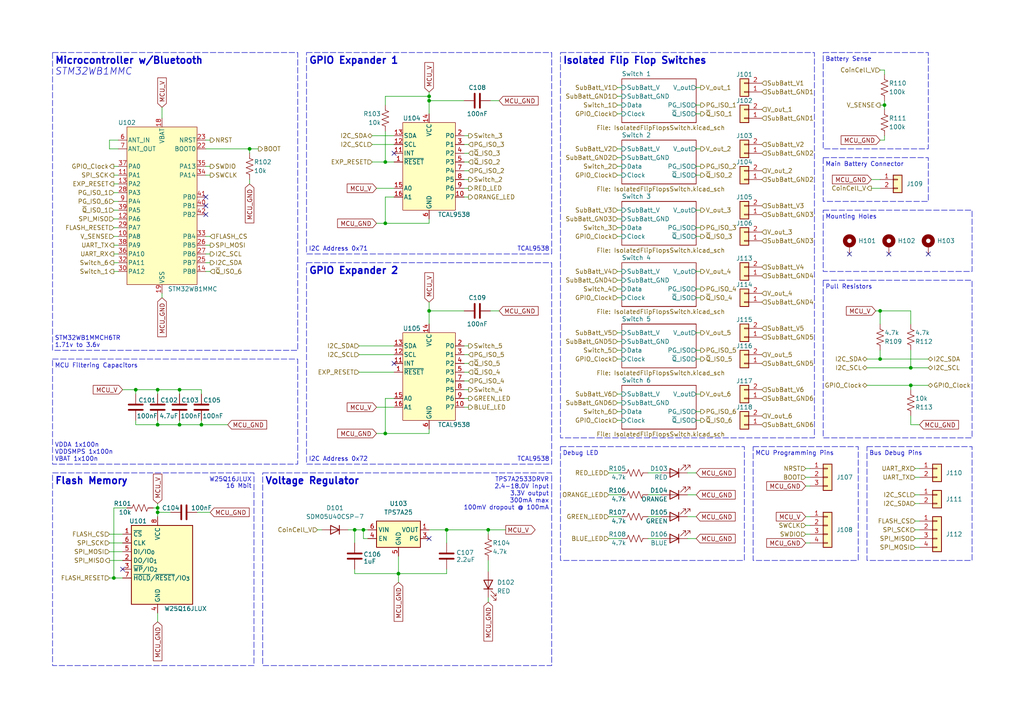
<source format=kicad_sch>
(kicad_sch (version 20250114) (generator "eeschema") (generator_version "9.0")
  (paper "A4")
  (title_block (title "BAGEL Switch MK1.1") (date "2026-01-25") (rev "A") (company "Illinois Space Society") (comment 3 "Thomas McManamen, Chethan Karandikar") (comment 4 "Contributors: Lucas Lessard, Pranav Bala, Peter Karlos, Charlie Plater, Kevin Zhao, "))
  (rectangle (start 238.76 45.72) (end 269.24 58.42) (stroke (width 0) (type dash)))
  (rectangle (start 15.24 15.24) (end 86.36 101.6) (stroke (width 0) (type dash)))
  (rectangle (start 15.24 137.16) (end 73.66 193.04) (stroke (width 0) (type dash)))
  (rectangle (start 238.76 15.24) (end 269.24 43.18) (stroke (width 0) (type dash)))
  (rectangle (start 238.76 60.96) (end 281.94 78.74) (stroke (width 0) (type dash)))
  (rectangle (start 162.56 15.24) (end 236.22 127) (stroke (width 0) (type dash)))
  (rectangle (start 218.44 129.54) (end 248.92 162.56) (stroke (width 0) (type dash)))
  (rectangle (start 238.76 81.28) (end 281.94 127) (stroke (width 0) (type dash)))
  (rectangle (start 15.24 104.14) (end 86.36 134.62) (stroke (width 0) (type dash)))
  (rectangle (start 88.9 15.24) (end 160.02 73.66) (stroke (width 0) (type dash)))
  (rectangle (start 162.56 129.54) (end 215.9 162.56) (stroke (width 0) (type dash)))
  (rectangle (start 76.2 137.16) (end 160.02 193.04) (stroke (width 0) (type dash)))
  (rectangle (start 88.9 76.2) (end 160.02 134.62) (stroke (width 0) (type dash)))
  (rectangle (start 251.46 129.54) (end 281.94 162.56) (stroke (width 0) (type dash)))
  (text "Main Battery Connector" (at 239.395 46.99 0) (effects (font (size 1.27 1.27)) (justify left top)))
  (text "Microcontroller w/Bluetooth" (at 15.875 16.51 0) (effects (font (size 2 2) (thickness 0.4) (bold yes)) (justify left top)))
  (text "TCAL9538" (at 159.385 73.025 0) (effects (font (size 1.27 1.27)) (justify right bottom)))
  (text "Bus Debug Pins" (at 252.095 130.81 0) (effects (font (size 1.27 1.27)) (justify left top)))
  (text "MCU Filtering Capacitors" (at 15.875 105.41 0) (effects (font (size 1.27 1.27)) (justify left top)))
  (text "W25Q16JLUX" (at 73.025 138.43 0) (effects (font (size 1.27 1.27)) (justify right top)))
  (text "Pull Resistors" (at 239.395 82.55 0) (effects (font (size 1.27 1.27)) (justify left top)))
  (text "GPIO Expander 2" (at 89.535 77.47 0) (effects (font (size 2 2) (thickness 0.4) (bold yes)) (justify left top)))
  (text "Flash Memory" (at 15.875 138.43 0) (effects (font (size 2 2) (thickness 0.4) (bold yes)) (justify left top)))
  (text "I2C Address 0x71\n" (at 89.535 73.025 0) (effects (font (size 1.27 1.27) (thickness 0.1588)) (justify left bottom)))
  (text "Debug LED" (at 163.195 130.81 0) (effects (font (size 1.27 1.27)) (justify left top)))
  (text "Isolated Flip Flop Switches" (at 163.195 16.51 0) (effects (font (size 2 2) (thickness 0.4) (bold yes)) (justify left top)))
  (text "GPIO Expander 1" (at 89.535 16.51 0) (effects (font (size 2 2) (thickness 0.4) (bold yes)) (justify left top)))
  (text "TCAL9538" (at 159.385 133.985 0) (effects (font (size 1.27 1.27)) (justify right bottom)))
  (text "Voltage Regulator" (at 76.835 138.43 0) (effects (font (size 2 2) (thickness 0.4) (bold yes)) (justify left top)))
  (text "I2C Address 0x72\n" (at 89.535 133.985 0) (effects (font (size 1.27 1.27) (thickness 0.1588)) (justify left bottom)))
  (text "TPS7A2533DRVR\n2.4-18.0V input\n3.3V output\n300mA max\n100mV dropout @ 100mA" (at 159.258 138.43 0) (effects (font (size 1.27 1.27)) (justify right top)))
  (text "Mounting Holes" (at 239.395 62.23 0) (effects (font (size 1.27 1.27)) (justify left top)))
  (text "MCU Programming Pins" (at 219.075 130.81 0) (effects (font (size 1.27 1.27)) (justify left top)))
  (text "Battery Sense" (at 239.395 16.51 0) (effects (font (size 1.27 1.27)) (justify left top)))
  (text "STM32WB1MMCH6TR\n1.71v to 3.6v" (at 15.875 100.965 0) (effects (font (size 1.27 1.27)) (justify left bottom)))
  (text "STM32WB1MMC" (at 15.875 19.685 0) (effects (font (size 2 2) (italic yes)) (justify left top)))
  (text "VDDA 1x100n\nVDDSMPS 1x100n\nVBAT 1x100n" (at 15.875 133.985 0) (effects (font (size 1.27 1.27)) (justify left bottom)))
  (text "16 Mbit\n" (at 73.025 140.335 0) (effects (font (size 1.27 1.27)) (justify right top)))
  (junction (at 111.76 64.77))
  (junction (at 105.41 153.67))
  (junction (at 45.72 113.03))
  (junction (at 124.46 29.21))
  (junction (at 102.87 153.67))
  (junction (at 115.57 166.37))
  (junction (at 129.54 153.67))
  (junction (at 58.42 123.19))
  (junction (at 141.605 153.67))
  (junction (at 45.72 148.59))
  (junction (at 45.72 123.19))
  (junction (at 45.72 147.32))
  (junction (at 52.07 113.03))
  (junction (at 256.54 30.48))
  (junction (at 52.07 123.19))
  (junction (at 39.37 113.03))
  (junction (at 72.39 43.18))
  (junction (at 264.16 106.68))
  (junction (at 124.46 90.17))
  (junction (at 255.27 90.17))
  (junction (at 264.16 111.76))
  (junction (at 111.76 125.73))
  (junction (at 111.76 46.99))
  (junction (at 33.02 167.64))
  (junction (at 124.46 27.94))
  (junction (at 255.27 104.14))
  (no_connect (at 114.3 105.41))
  (no_connect (at 59.69 57.15))
  (no_connect (at 246.38 73.66))
  (no_connect (at 114.3 44.45))
  (no_connect (at 257.81 73.66))
  (no_connect (at 35.56 165.1))
  (no_connect (at 269.24 73.66))
  (no_connect (at 59.69 59.69))
  (no_connect (at 124.46 156.21))
  (no_connect (at 59.69 62.23))
  (wire (pts (xy 33.02 71.12) (xy 34.29 71.12)))
  (wire (pts (xy 199.39 143.51) (xy 201.93 143.51)))
  (wire (pts (xy 251.46 104.14) (xy 255.27 104.14)))
  (wire (pts (xy 31.75 160.02) (xy 35.56 160.02)))
  (wire (pts (xy 60.96 76.2) (xy 59.69 76.2)))
  (wire (pts (xy 179.07 116.84) (xy 180.34 116.84)))
  (wire (pts (xy 141.605 153.67) (xy 146.685 153.67)))
  (wire (pts (xy 31.75 162.56) (xy 35.56 162.56)))
  (wire (pts (xy 33.02 55.88) (xy 34.29 55.88)))
  (wire (pts (xy 179.07 119.38) (xy 180.34 119.38)))
  (wire (pts (xy 102.87 153.67) (xy 105.41 153.67)))
  (wire (pts (xy 201.93 68.58) (xy 203.2 68.58)))
  (wire (pts (xy 176.53 137.16) (xy 180.34 137.16)))
  (wire (pts (xy 33.02 53.34) (xy 34.29 53.34)))
  (wire (pts (xy 265.43 138.43) (xy 266.7 138.43)))
  (wire (pts (xy 179.07 86.36) (xy 180.34 86.36)))
  (wire (pts (xy 31.75 157.48) (xy 35.56 157.48)))
  (wire (pts (xy 58.42 113.03) (xy 58.42 114.3)))
  (wire (pts (xy 60.96 71.12) (xy 59.69 71.12)))
  (wire (pts (xy 254 90.17) (xy 255.27 90.17)))
  (wire (pts (xy 233.68 154.94) (xy 234.95 154.94)))
  (wire (pts (xy 201.93 25.4) (xy 203.2 25.4)))
  (wire (pts (xy 124.46 26.67) (xy 124.46 27.94)))
  (wire (pts (xy 179.07 68.58) (xy 180.34 68.58)))
  (wire (pts (xy 31.75 40.64) (xy 31.75 43.18)))
  (wire (pts (xy 201.93 60.96) (xy 203.2 60.96)))
  (wire (pts (xy 124.46 90.17) (xy 134.62 90.17)))
  (wire (pts (xy 233.68 149.86) (xy 234.95 149.86)))
  (wire (pts (xy 33.02 63.5) (xy 34.29 63.5)))
  (wire (pts (xy 44.45 147.32) (xy 45.72 147.32)))
  (wire (pts (xy 135.89 105.41) (xy 134.62 105.41)))
  (wire (pts (xy 179.07 81.28) (xy 180.34 81.28)))
  (wire (pts (xy 255.27 93.98) (xy 255.27 90.17)))
  (wire (pts (xy 33.02 50.8) (xy 34.29 50.8)))
  (wire (pts (xy 135.89 100.33) (xy 134.62 100.33)))
  (wire (pts (xy 201.93 121.92) (xy 203.2 121.92)))
  (wire (pts (xy 256.54 29.21) (xy 256.54 30.48)))
  (wire (pts (xy 39.37 113.03) (xy 45.72 113.03)))
  (wire (pts (xy 135.89 107.95) (xy 134.62 107.95)))
  (wire (pts (xy 60.96 73.66) (xy 59.69 73.66)))
  (wire (pts (xy 45.72 113.03) (xy 52.07 113.03)))
  (wire (pts (xy 179.07 96.52) (xy 180.34 96.52)))
  (wire (pts (xy 265.43 146.05) (xy 266.7 146.05)))
  (wire (pts (xy 111.76 57.15) (xy 114.3 57.15)))
  (wire (pts (xy 251.46 106.68) (xy 264.16 106.68)))
  (wire (pts (xy 251.46 111.76) (xy 264.16 111.76)))
  (wire (pts (xy 233.68 152.4) (xy 234.95 152.4)))
  (wire (pts (xy 176.53 143.51) (xy 180.34 143.51)))
  (wire (pts (xy 106.68 156.21) (xy 105.41 156.21)))
  (wire (pts (xy 266.7 123.19) (xy 264.16 123.19)))
  (wire (pts (xy 33.02 66.04) (xy 34.29 66.04)))
  (wire (pts (xy 115.57 161.29) (xy 115.57 166.37)))
  (wire (pts (xy 46.99 31.115) (xy 46.99 34.29)))
  (wire (pts (xy 256.54 20.32) (xy 256.54 21.59)))
  (wire (pts (xy 264.16 123.19) (xy 264.16 120.65)))
  (wire (pts (xy 199.39 156.21) (xy 201.93 156.21)))
  (wire (pts (xy 265.43 158.75) (xy 266.7 158.75)))
  (wire (pts (xy 124.46 90.17) (xy 124.46 93.98)))
  (wire (pts (xy 256.54 40.64) (xy 256.54 39.37)))
  (wire (pts (xy 134.62 57.15) (xy 135.89 57.15)))
  (wire (pts (xy 201.93 104.14) (xy 203.2 104.14)))
  (wire (pts (xy 264.16 111.76) (xy 264.16 113.03)))
  (wire (pts (xy 72.39 43.18) (xy 72.39 44.45)))
  (wire (pts (xy 179.07 83.82) (xy 180.34 83.82)))
  (wire (pts (xy 59.69 43.18) (xy 72.39 43.18)))
  (wire (pts (xy 201.93 83.82) (xy 203.2 83.82)))
  (wire (pts (xy 179.07 63.5) (xy 180.34 63.5)))
  (wire (pts (xy 252.73 54.61) (xy 255.27 54.61)))
  (wire (pts (xy 111.76 38.1) (xy 111.76 46.99)))
  (wire (pts (xy 111.76 115.57) (xy 111.76 125.73)))
  (wire (pts (xy 201.93 50.8) (xy 203.2 50.8)))
  (wire (pts (xy 31.75 43.18) (xy 34.29 43.18)))
  (wire (pts (xy 252.73 52.07) (xy 255.27 52.07)))
  (wire (pts (xy 33.02 60.96) (xy 34.29 60.96)))
  (wire (pts (xy 233.68 157.48) (xy 234.95 157.48)))
  (wire (pts (xy 107.95 39.37) (xy 114.3 39.37)))
  (wire (pts (xy 179.07 45.72) (xy 180.34 45.72)))
  (wire (pts (xy 134.62 118.11) (xy 135.89 118.11)))
  (wire (pts (xy 45.72 123.19) (xy 45.72 121.92)))
  (wire (pts (xy 34.29 40.64) (xy 31.75 40.64)))
  (wire (pts (xy 201.93 86.36) (xy 203.2 86.36)))
  (wire (pts (xy 109.22 54.61) (xy 114.3 54.61)))
  (wire (pts (xy 201.93 96.52) (xy 203.2 96.52)))
  (wire (pts (xy 179.07 25.4) (xy 180.34 25.4)))
  (wire (pts (xy 33.02 167.64) (xy 35.56 167.64)))
  (wire (pts (xy 255.27 101.6) (xy 255.27 104.14)))
  (wire (pts (xy 256.54 30.48) (xy 256.54 31.75)))
  (wire (pts (xy 39.37 123.19) (xy 45.72 123.19)))
  (wire (pts (xy 179.07 48.26) (xy 180.34 48.26)))
  (wire (pts (xy 179.07 101.6) (xy 180.34 101.6)))
  (wire (pts (xy 105.41 156.21) (xy 105.41 153.67)))
  (wire (pts (xy 111.76 125.73) (xy 124.46 125.73)))
  (wire (pts (xy 111.76 27.94) (xy 124.46 27.94)))
  (wire (pts (xy 135.89 44.45) (xy 134.62 44.45)))
  (wire (pts (xy 142.24 90.17) (xy 144.78 90.17)))
  (wire (pts (xy 111.76 46.99) (xy 114.3 46.99)))
  (wire (pts (xy 187.96 143.51) (xy 191.77 143.51)))
  (wire (pts (xy 35.56 113.03) (xy 39.37 113.03)))
  (wire (pts (xy 201.93 114.3) (xy 203.2 114.3)))
  (wire (pts (xy 129.54 153.67) (xy 129.54 157.48)))
  (wire (pts (xy 45.72 147.32) (xy 45.72 148.59)))
  (wire (pts (xy 134.62 113.03) (xy 135.89 113.03)))
  (wire (pts (xy 31.75 167.64) (xy 33.02 167.64)))
  (wire (pts (xy 111.76 57.15) (xy 111.76 64.77)))
  (wire (pts (xy 265.43 156.21) (xy 266.7 156.21)))
  (wire (pts (xy 111.76 64.77) (xy 124.46 64.77)))
  (wire (pts (xy 134.62 115.57) (xy 135.89 115.57)))
  (wire (pts (xy 45.72 148.59) (xy 49.53 148.59)))
  (wire (pts (xy 109.22 118.11) (xy 114.3 118.11)))
  (wire (pts (xy 111.76 30.48) (xy 111.76 27.94)))
  (wire (pts (xy 129.54 153.67) (xy 141.605 153.67)))
  (wire (pts (xy 179.07 27.94) (xy 180.34 27.94)))
  (wire (pts (xy 135.89 41.91) (xy 134.62 41.91)))
  (wire (pts (xy 264.16 90.17) (xy 264.16 93.98)))
  (wire (pts (xy 72.39 52.07) (xy 72.39 53.34)))
  (wire (pts (xy 179.07 66.04) (xy 180.34 66.04)))
  (wire (pts (xy 60.96 40.64) (xy 59.69 40.64)))
  (wire (pts (xy 60.96 68.58) (xy 59.69 68.58)))
  (wire (pts (xy 92.075 153.67) (xy 93.345 153.67)))
  (wire (pts (xy 33.02 48.26) (xy 34.29 48.26)))
  (wire (pts (xy 45.72 177.8) (xy 45.72 180.34)))
  (wire (pts (xy 233.68 138.43) (xy 234.95 138.43)))
  (wire (pts (xy 109.22 64.77) (xy 111.76 64.77)))
  (wire (pts (xy 135.89 54.61) (xy 134.62 54.61)))
  (wire (pts (xy 60.96 50.8) (xy 59.69 50.8)))
  (wire (pts (xy 233.68 135.89) (xy 234.95 135.89)))
  (wire (pts (xy 109.22 125.73) (xy 111.76 125.73)))
  (wire (pts (xy 141.605 153.67) (xy 141.605 154.94)))
  (wire (pts (xy 124.46 125.73) (xy 124.46 124.46)))
  (wire (pts (xy 201.93 48.26) (xy 203.2 48.26)))
  (wire (pts (xy 31.75 154.94) (xy 35.56 154.94)))
  (wire (pts (xy 33.02 147.32) (xy 33.02 167.64)))
  (wire (pts (xy 52.07 123.19) (xy 52.07 121.92)))
  (wire (pts (xy 141.605 173.355) (xy 141.605 174.625)))
  (wire (pts (xy 201.93 101.6) (xy 203.2 101.6)))
  (wire (pts (xy 201.93 43.18) (xy 203.2 43.18)))
  (wire (pts (xy 255.27 30.48) (xy 256.54 30.48)))
  (wire (pts (xy 102.87 166.37) (xy 115.57 166.37)))
  (wire (pts (xy 74.93 43.18) (xy 72.39 43.18)))
  (wire (pts (xy 46.99 86.36) (xy 46.99 85.09)))
  (wire (pts (xy 107.95 46.99) (xy 111.76 46.99)))
  (wire (pts (xy 201.93 33.02) (xy 203.2 33.02)))
  (wire (pts (xy 33.02 68.58) (xy 34.29 68.58)))
  (wire (pts (xy 60.96 48.26) (xy 59.69 48.26)))
  (wire (pts (xy 187.96 137.16) (xy 191.77 137.16)))
  (wire (pts (xy 264.16 111.76) (xy 269.24 111.76)))
  (wire (pts (xy 179.07 60.96) (xy 180.34 60.96)))
  (wire (pts (xy 265.43 151.13) (xy 266.7 151.13)))
  (wire (pts (xy 114.3 115.57) (xy 111.76 115.57)))
  (wire (pts (xy 115.57 166.37) (xy 115.57 168.91)))
  (wire (pts (xy 179.07 43.18) (xy 180.34 43.18)))
  (wire (pts (xy 179.07 50.8) (xy 180.34 50.8)))
  (wire (pts (xy 264.16 101.6) (xy 264.16 106.68)))
  (wire (pts (xy 104.14 102.87) (xy 114.3 102.87)))
  (wire (pts (xy 199.39 137.16) (xy 201.93 137.16)))
  (wire (pts (xy 33.02 73.66) (xy 34.29 73.66)))
  (wire (pts (xy 57.15 148.59) (xy 60.96 148.59)))
  (wire (pts (xy 58.42 123.19) (xy 66.04 123.19)))
  (wire (pts (xy 33.02 58.42) (xy 34.29 58.42)))
  (wire (pts (xy 134.62 52.07) (xy 135.89 52.07)))
  (wire (pts (xy 176.53 156.21) (xy 180.34 156.21)))
  (wire (pts (xy 129.54 165.1) (xy 129.54 166.37)))
  (wire (pts (xy 179.07 121.92) (xy 180.34 121.92)))
  (wire (pts (xy 199.39 149.86) (xy 201.93 149.86)))
  (wire (pts (xy 107.95 41.91) (xy 114.3 41.91)))
  (wire (pts (xy 45.72 123.19) (xy 52.07 123.19)))
  (wire (pts (xy 52.07 123.19) (xy 58.42 123.19)))
  (wire (pts (xy 52.07 113.03) (xy 52.07 114.3)))
  (wire (pts (xy 134.62 49.53) (xy 135.89 49.53)))
  (wire (pts (xy 124.46 64.77) (xy 124.46 63.5)))
  (wire (pts (xy 104.14 107.95) (xy 114.3 107.95)))
  (wire (pts (xy 142.24 29.21) (xy 144.78 29.21)))
  (wire (pts (xy 105.41 153.67) (xy 106.68 153.67)))
  (wire (pts (xy 135.89 39.37) (xy 134.62 39.37)))
  (wire (pts (xy 255.27 20.32) (xy 256.54 20.32)))
  (wire (pts (xy 39.37 113.03) (xy 39.37 114.3)))
  (wire (pts (xy 39.37 123.19) (xy 39.37 121.92)))
  (wire (pts (xy 100.965 153.67) (xy 102.87 153.67)))
  (wire (pts (xy 264.16 106.68) (xy 269.24 106.68)))
  (wire (pts (xy 201.93 66.04) (xy 203.2 66.04)))
  (wire (pts (xy 135.89 102.87) (xy 134.62 102.87)))
  (wire (pts (xy 102.87 165.1) (xy 102.87 166.37)))
  (wire (pts (xy 45.72 113.03) (xy 45.72 114.3)))
  (wire (pts (xy 104.14 100.33) (xy 114.3 100.33)))
  (wire (pts (xy 255.27 90.17) (xy 264.16 90.17)))
  (wire (pts (xy 52.07 113.03) (xy 58.42 113.03)))
  (wire (pts (xy 201.93 30.48) (xy 203.2 30.48)))
  (wire (pts (xy 255.27 104.14) (xy 269.24 104.14)))
  (wire (pts (xy 124.46 29.21) (xy 134.62 29.21)))
  (wire (pts (xy 179.07 78.74) (xy 180.34 78.74)))
  (wire (pts (xy 124.46 153.67) (xy 129.54 153.67)))
  (wire (pts (xy 141.605 162.56) (xy 141.605 165.735)))
  (wire (pts (xy 115.57 166.37) (xy 129.54 166.37)))
  (wire (pts (xy 33.02 76.2) (xy 34.29 76.2)))
  (wire (pts (xy 179.07 99.06) (xy 180.34 99.06)))
  (wire (pts (xy 265.43 153.67) (xy 266.7 153.67)))
  (wire (pts (xy 45.72 146.05) (xy 45.72 147.32)))
  (wire (pts (xy 33.02 78.74) (xy 34.29 78.74)))
  (wire (pts (xy 179.07 114.3) (xy 180.34 114.3)))
  (wire (pts (xy 255.27 40.64) (xy 256.54 40.64)))
  (wire (pts (xy 45.72 148.59) (xy 45.72 149.86)))
  (wire (pts (xy 124.46 87.63) (xy 124.46 90.17)))
  (wire (pts (xy 179.07 30.48) (xy 180.34 30.48)))
  (wire (pts (xy 187.96 156.21) (xy 191.77 156.21)))
  (wire (pts (xy 124.46 27.94) (xy 124.46 29.21)))
  (wire (pts (xy 265.43 143.51) (xy 266.7 143.51)))
  (wire (pts (xy 134.62 110.49) (xy 135.89 110.49)))
  (wire (pts (xy 36.83 147.32) (xy 33.02 147.32)))
  (wire (pts (xy 59.69 78.74) (xy 60.96 78.74)))
  (wire (pts (xy 58.42 123.19) (xy 58.42 121.92)))
  (wire (pts (xy 135.89 46.99) (xy 134.62 46.99)))
  (wire (pts (xy 179.07 104.14) (xy 180.34 104.14)))
  (wire (pts (xy 124.46 29.21) (xy 124.46 33.02)))
  (wire (pts (xy 176.53 149.86) (xy 180.34 149.86)))
  (wire (pts (xy 265.43 135.89) (xy 266.7 135.89)))
  (wire (pts (xy 201.93 78.74) (xy 203.2 78.74)))
  (wire (pts (xy 201.93 119.38) (xy 203.2 119.38)))
  (wire (pts (xy 179.07 33.02) (xy 180.34 33.02)))
  (wire (pts (xy 233.68 140.97) (xy 234.95 140.97)))
  (wire (pts (xy 102.87 157.48) (xy 102.87 153.67)))
  (wire (pts (xy 187.96 149.86) (xy 191.77 149.86)))
  (global_label "MCU_GND" (shape input) (at 233.68 140.97 180) (property "Intersheetrefs" "${INTERSHEET_REFS}" (effects (hide yes))))
  (global_label "MCU_V" (shape input) (at 46.99 31.115 90) (property "Intersheetrefs" "${INTERSHEET_REFS}" (effects (hide yes))))
  (global_label "MCU_GND" (shape input) (at 255.27 40.64 180) (property "Intersheetrefs" "${INTERSHEET_REFS}" (effects (hide yes))))
  (global_label "MCU_GND" (shape input) (at 201.93 149.86 0) (property "Intersheetrefs" "${INTERSHEET_REFS}" (effects (hide yes))))
  (global_label "MCU_V" (shape input) (at 109.22 54.61 180) (property "Intersheetrefs" "${INTERSHEET_REFS}" (effects (hide yes))))
  (global_label "MCU_GND" (shape input) (at 60.96 148.59 0) (property "Intersheetrefs" "${INTERSHEET_REFS}" (effects (hide yes))))
  (global_label "MCU_GND" (shape input) (at 266.7 123.19 0) (property "Intersheetrefs" "${INTERSHEET_REFS}" (effects (hide yes))))
  (global_label "MCU_GND" (shape input) (at 252.73 52.07 180) (property "Intersheetrefs" "${INTERSHEET_REFS}" (effects (hide yes))))
  (global_label "MCU_GND" (shape input) (at 201.93 137.16 0) (property "Intersheetrefs" "${INTERSHEET_REFS}" (effects (hide yes))))
  (global_label "MCU_V" (shape input) (at 45.72 146.05 90) (property "Intersheetrefs" "${INTERSHEET_REFS}" (effects (hide yes))))
  (global_label "MCU_GND" (shape input) (at 141.605 174.625 270) (property "Intersheetrefs" "${INTERSHEET_REFS}" (effects (hide yes))))
  (global_label "MCU_GND" (shape input) (at 109.22 64.77 180) (property "Intersheetrefs" "${INTERSHEET_REFS}" (effects (hide yes))))
  (global_label "MCU_GND" (shape input) (at 45.72 180.34 270) (property "Intersheetrefs" "${INTERSHEET_REFS}" (effects (hide yes))))
  (global_label "MCU_GND" (shape input) (at 109.22 125.73 180) (property "Intersheetrefs" "${INTERSHEET_REFS}" (effects (hide yes))))
  (global_label "MCU_V" (shape input) (at 254 90.17 180) (property "Intersheetrefs" "${INTERSHEET_REFS}" (effects (hide yes))))
  (global_label "MCU_GND" (shape input) (at 201.93 143.51 0) (property "Intersheetrefs" "${INTERSHEET_REFS}" (effects (hide yes))))
  (global_label "MCU_GND" (shape input) (at 66.04 123.19 0) (property "Intersheetrefs" "${INTERSHEET_REFS}" (effects (hide yes))))
  (global_label "MCU_V" (shape input) (at 124.46 26.67 90) (property "Intersheetrefs" "${INTERSHEET_REFS}" (effects (hide yes))))
  (global_label "MCU_GND" (shape input) (at 144.78 29.21 0) (property "Intersheetrefs" "${INTERSHEET_REFS}" (effects (hide yes))))
  (global_label "MCU_GND" (shape input) (at 201.93 156.21 0) (property "Intersheetrefs" "${INTERSHEET_REFS}" (effects (hide yes))))
  (global_label "MCU_GND" (shape input) (at 46.99 86.36 270) (property "Intersheetrefs" "${INTERSHEET_REFS}" (effects (hide yes))))
  (global_label "MCU_GND" (shape input) (at 233.68 157.48 180) (property "Intersheetrefs" "${INTERSHEET_REFS}" (effects (hide yes))))
  (global_label "MCU_GND" (shape input) (at 72.39 53.34 270) (property "Intersheetrefs" "${INTERSHEET_REFS}" (effects (hide yes))))
  (global_label "MCU_V" (shape output) (at 146.685 153.67 0) (property "Intersheetrefs" "${INTERSHEET_REFS}" (effects (hide yes))))
  (global_label "MCU_GND" (shape input) (at 144.78 90.17 0) (property "Intersheetrefs" "${INTERSHEET_REFS}" (effects (hide yes))))
  (global_label "MCU_GND" (shape input) (at 115.57 168.91 270) (property "Intersheetrefs" "${INTERSHEET_REFS}" (effects (hide yes))))
  (global_label "MCU_V" (shape input) (at 109.22 118.11 180) (property "Intersheetrefs" "${INTERSHEET_REFS}" (effects (hide yes))))
  (global_label "MCU_V" (shape input) (at 124.46 87.63 90) (property "Intersheetrefs" "${INTERSHEET_REFS}" (effects (hide yes))))
  (global_label "MCU_V" (shape input) (at 35.56 113.03 180) (property "Intersheetrefs" "${INTERSHEET_REFS}" (effects (hide yes))))
  (global_label "MCU_V" (shape input) (at 233.68 149.86 180) (property "Intersheetrefs" "${INTERSHEET_REFS}" (effects (hide yes))))
  (hierarchical_label "SubBatt_V6" (shape input) (at 179.07 114.3 180))
  (hierarchical_label "PG_ISO_4" (shape input) (at 135.89 110.49 0))
  (hierarchical_label "RED_LED" (shape output) (at 135.89 54.61 0))
  (hierarchical_label "PG_ISO_1" (shape output) (at 203.2 30.48 0))
  (hierarchical_label "CoinCell_V" (shape output) (at 252.73 54.61 180))
  (hierarchical_label "I2C_SCL" (shape input) (at 107.95 41.91 180))
  (hierarchical_label "RED_LED" (shape input) (at 176.53 137.16 180))
  (hierarchical_label "Switch_6" (shape input) (at 179.07 119.38 180))
  (hierarchical_label "V_out_4" (shape output) (at 203.2 78.74 0))
  (hierarchical_label "GREEN_LED" (shape output) (at 135.89 115.57 0))
  (hierarchical_label "SubBatt_GND4" (shape input) (at 220.98 80.01 0))
  (hierarchical_label "GPIO_Clock" (shape input) (at 179.07 121.92 180))
  (hierarchical_label "Switch_1" (shape input) (at 179.07 30.48 180))
  (hierarchical_label "SubBatt_GND2" (shape input) (at 220.98 52.07 0))
  (hierarchical_label "GPIO_Clock" (shape bidirectional) (at 251.46 111.76 180))
  (hierarchical_label "PG_ISO_4" (shape output) (at 203.2 83.82 0))
  (hierarchical_label "SPI_MISO" (shape input) (at 265.43 156.21 180))
  (hierarchical_label "I2C_SCL" (shape output) (at 60.96 73.66 0))
  (hierarchical_label "GREEN_LED" (shape input) (at 176.53 149.86 180))
  (hierarchical_label "I2C_SDA" (shape output) (at 60.96 76.2 0))
  (hierarchical_label "Switch_1" (shape output) (at 33.02 78.74 180))
  (hierarchical_label "Switch_6" (shape output) (at 33.02 76.2 180))
  (hierarchical_label "SubBatt_V5" (shape input) (at 220.98 95.25 0))
  (hierarchical_label "SubBatt_GND5" (shape input) (at 220.98 97.79 0))
  (hierarchical_label "GPIO_Clock" (shape output) (at 33.02 48.26 180))
  (hierarchical_label "SubBatt_GND1" (shape input) (at 220.98 26.67 0))
  (hierarchical_label "FLASH_RESET" (shape input) (at 31.75 167.64 180))
  (hierarchical_label "GPIO_Clock" (shape input) (at 179.07 104.14 180))
  (hierarchical_label "~{Q}_ISO_3" (shape input) (at 135.89 44.45 0))
  (hierarchical_label "I2C_SDA" (shape bidirectional) (at 251.46 104.14 180))
  (hierarchical_label "I2C_SDA" (shape input) (at 265.43 146.05 180))
  (hierarchical_label "GPIO_Clock" (shape bidirectional) (at 269.24 111.76 0))
  (hierarchical_label "PG_ISO_5" (shape input) (at 135.89 102.87 0))
  (hierarchical_label "SPI_MISO" (shape output) (at 31.75 162.56 180))
  (hierarchical_label "SubBatt_V6" (shape input) (at 220.98 113.03 0))
  (hierarchical_label "PG_ISO_6" (shape output) (at 203.2 119.38 0))
  (hierarchical_label "V_out_5" (shape input) (at 220.98 102.87 0))
  (hierarchical_label "SWCLK" (shape output) (at 60.96 50.8 0))
  (hierarchical_label "SWDIO" (shape output) (at 60.96 48.26 0))
  (hierarchical_label "FLASH_RESET" (shape input) (at 33.02 66.04 180))
  (hierarchical_label "SubBatt_GND2" (shape input) (at 220.98 44.45 0))
  (hierarchical_label "BLUE_LED" (shape output) (at 135.89 118.11 0))
  (hierarchical_label "V_out_3" (shape input) (at 220.98 67.31 0))
  (hierarchical_label "PG_ISO_3" (shape output) (at 203.2 66.04 0))
  (hierarchical_label "V_out_6" (shape input) (at 220.98 120.65 0))
  (hierarchical_label "PG_ISO_5" (shape output) (at 203.2 101.6 0))
  (hierarchical_label "~{Q}_ISO_3" (shape output) (at 203.2 68.58 0))
  (hierarchical_label "~{Q}_ISO_1" (shape input) (at 33.02 60.96 180))
  (hierarchical_label "EXP_RESET" (shape input) (at 107.95 46.99 180))
  (hierarchical_label "~{Q}_ISO_1" (shape output) (at 203.2 33.02 0))
  (hierarchical_label "~{Q}_ISO_2" (shape output) (at 203.2 50.8 0))
  (hierarchical_label "SWDIO" (shape input) (at 233.68 154.94 180))
  (hierarchical_label "SubBatt_V2" (shape input) (at 179.07 43.18 180))
  (hierarchical_label "FLASH_CS" (shape input) (at 265.43 151.13 180))
  (hierarchical_label "V_out_2" (shape output) (at 203.2 43.18 0))
  (hierarchical_label "I2C_SCL" (shape input) (at 265.43 143.51 180))
  (hierarchical_label "I2C_SDA" (shape bidirectional) (at 107.95 39.37 180))
  (hierarchical_label "~{Q}_ISO_6" (shape output) (at 203.2 121.92 0))
  (hierarchical_label "Switch_4" (shape input) (at 179.07 83.82 180))
  (hierarchical_label "V_out_4" (shape input) (at 220.98 85.09 0))
  (hierarchical_label "SubBatt_GND6" (shape input) (at 220.98 115.57 0))
  (hierarchical_label "SubBatt_GND5" (shape input) (at 179.07 99.06 180))
  (hierarchical_label "UART_TX" (shape output) (at 33.02 71.12 180))
  (hierarchical_label "SPI_SCK" (shape output) (at 33.02 50.8 180))
  (hierarchical_label "Switch_3" (shape input) (at 179.07 66.04 180))
  (hierarchical_label "CoinCell_V" (shape input) (at 255.27 20.32 180))
  (hierarchical_label "Switch_5" (shape input) (at 179.07 101.6 180))
  (hierarchical_label "V_out_1" (shape input) (at 220.98 31.75 0))
  (hierarchical_label "~{Q}_ISO_4" (shape output) (at 203.2 86.36 0))
  (hierarchical_label "BLUE_LED" (shape input) (at 176.53 156.21 180))
  (hierarchical_label "SubBatt_V5" (shape input) (at 179.07 96.52 180))
  (hierarchical_label "GPIO_Clock" (shape input) (at 179.07 86.36 180))
  (hierarchical_label "PG_ISO_2" (shape output) (at 203.2 48.26 0))
  (hierarchical_label "SPI_MOSI" (shape input) (at 31.75 160.02 180))
  (hierarchical_label "I2C_SDA" (shape input) (at 104.14 100.33 180))
  (hierarchical_label "V_out_2" (shape input) (at 220.98 49.53 0))
  (hierarchical_label "GPIO_Clock" (shape input) (at 179.07 50.8 180))
  (hierarchical_label "PG_ISO_6" (shape input) (at 33.02 58.42 180))
  (hierarchical_label "Switch_4" (shape output) (at 135.89 113.03 0))
  (hierarchical_label "CoinCell_V" (shape input) (at 92.075 153.67 180))
  (hierarchical_label "NRST" (shape input) (at 233.68 135.89 180))
  (hierarchical_label "FLASH_CS" (shape input) (at 60.96 68.58 0))
  (hierarchical_label "PG_ISO_1" (shape input) (at 33.02 55.88 180))
  (hierarchical_label "BOOT" (shape input) (at 233.68 138.43 180))
  (hierarchical_label "SubBatt_GND3" (shape input) (at 179.07 63.5 180))
  (hierarchical_label "~{Q}_ISO_5" (shape output) (at 203.2 104.14 0))
  (hierarchical_label "EXP_RESET" (shape output) (at 33.02 53.34 180))
  (hierarchical_label "SubBatt_GND5" (shape input) (at 220.98 105.41 0))
  (hierarchical_label "SubBatt_V1" (shape input) (at 179.07 25.4 180))
  (hierarchical_label "SubBatt_GND3" (shape input) (at 220.98 62.23 0))
  (hierarchical_label "UART_TX" (shape input) (at 265.43 138.43 180))
  (hierarchical_label "UART_RX" (shape output) (at 33.02 73.66 180))
  (hierarchical_label "BOOT" (shape output) (at 74.93 43.18 0))
  (hierarchical_label "SubBatt_GND4" (shape input) (at 179.07 81.28 180))
  (hierarchical_label "GPIO_Clock" (shape input) (at 179.07 33.02 180))
  (hierarchical_label "SubBatt_V3" (shape input) (at 179.07 60.96 180))
  (hierarchical_label "I2C_SCL" (shape bidirectional) (at 269.24 106.68 0))
  (hierarchical_label "I2C_SCL" (shape input) (at 104.14 102.87 180))
  (hierarchical_label "V_out_1" (shape output) (at 203.2 25.4 0))
  (hierarchical_label "SPI_SCK" (shape input) (at 31.75 157.48 180))
  (hierarchical_label "GPIO_Clock" (shape input) (at 179.07 68.58 180))
  (hierarchical_label "V_out_5" (shape output) (at 203.2 96.52 0))
  (hierarchical_label "SubBatt_V1" (shape input) (at 220.98 24.13 0))
  (hierarchical_label "SubBatt_GND1" (shape input) (at 179.07 27.94 180))
  (hierarchical_label "~{Q}_ISO_5" (shape input) (at 135.89 105.41 0))
  (hierarchical_label "SubBatt_V3" (shape input) (at 220.98 59.69 0))
  (hierarchical_label "ORANGE_LED" (shape output) (at 135.89 57.15 0))
  (hierarchical_label "~{Q}_ISO_2" (shape input) (at 135.89 46.99 0))
  (hierarchical_label "I2C_SCL" (shape bidirectional) (at 251.46 106.68 180))
  (hierarchical_label "SubBatt_V2" (shape input) (at 220.98 41.91 0))
  (hierarchical_label "V_SENSE" (shape output) (at 255.27 30.48 180))
  (hierarchical_label "FLASH_CS" (shape input) (at 31.75 154.94 180))
  (hierarchical_label "SubBatt_V4" (shape input) (at 179.07 78.74 180))
  (hierarchical_label "SWCLK" (shape input) (at 233.68 152.4 180))
  (hierarchical_label "PG_ISO_3" (shape input) (at 135.89 41.91 0))
  (hierarchical_label "SPI_MOSI" (shape input) (at 265.43 158.75 180))
  (hierarchical_label "SubBatt_GND6" (shape input) (at 220.98 123.19 0))
  (hierarchical_label "EXP_RESET" (shape input) (at 104.14 107.95 180))
  (hierarchical_label "V_SENSE" (shape input) (at 33.02 68.58 180))
  (hierarchical_label "I2C_SDA" (shape bidirectional) (at 269.24 104.14 0))
  (hierarchical_label "PG_ISO_2" (shape input) (at 135.89 49.53 0))
  (hierarchical_label "SubBatt_GND3" (shape input) (at 220.98 69.85 0))
  (hierarchical_label "SubBatt_GND6" (shape input) (at 179.07 116.84 180))
  (hierarchical_label "Switch_3" (shape output) (at 135.89 39.37 0))
  (hierarchical_label "SubBatt_V4" (shape input) (at 220.98 77.47 0))
  (hierarchical_label "UART_RX" (shape input) (at 265.43 135.89 180))
  (hierarchical_label "Switch_2" (shape output) (at 135.89 52.07 0))
  (hierarchical_label "V_out_6" (shape output) (at 203.2 114.3 0))
  (hierarchical_label "SubBatt_GND4" (shape input) (at 220.98 87.63 0))
  (hierarchical_label "SPI_SCK" (shape input) (at 265.43 153.67 180))
  (hierarchical_label "SubBatt_GND1" (shape input) (at 220.98 34.29 0))
  (hierarchical_label "Switch_2" (shape input) (at 179.07 48.26 180))
  (hierarchical_label "SPI_MOSI" (shape output) (at 60.96 71.12 0))
  (hierarchical_label "NRST" (shape output) (at 60.96 40.64 0))
  (hierarchical_label "ORANGE_LED" (shape input) (at 176.53 143.51 180))
  (hierarchical_label "~{Q}_ISO_6" (shape input) (at 60.96 78.74 0))
  (hierarchical_label "V_out_3" (shape output) (at 203.2 60.96 0))
  (hierarchical_label "Switch_5" (shape output) (at 135.89 100.33 0))
  (hierarchical_label "~{Q}_ISO_4" (shape input) (at 135.89 107.95 0))
  (hierarchical_label "SPI_MISO" (shape input) (at 33.02 63.5 180))
  (hierarchical_label "SubBatt_GND2" (shape input) (at 179.07 45.72 180))
  (symbol (lib_id "Device:R_US") (at 256.54 25.4 180) (unit 1)
    (property "Reference" "R110" (at 257.81 24.13 0) (effects (justify right)))
    (property "Value" "100k" (at 257.81 26.67 0) (effects (justify right)))
    (property "Footprint" "Resistor_SMD:R_0402_1005Metric" (effects (hide yes)))
    (property "Description" "Resistor, US symbol" (effects (hide yes)))
  )
  (symbol (lib_id "Device:R_US") (at 256.54 35.56 180) (unit 1)
    (property "Reference" "R111" (at 257.81 34.29 0) (effects (justify right)))
    (property "Value" "100k" (at 257.81 36.83 0) (effects (justify right)))
    (property "Footprint" "Resistor_SMD:R_0402_1005Metric" (effects (hide yes)))
    (property "Description" "Resistor, US symbol" (effects (hide yes)))
  )
  (symbol (lib_id "Device:C") (at 45.72 118.11 0) (unit 1)
    (property "Reference" "C102" (at 46.482 116.078 0) (effects (justify left)))
    (property "Value" "4.7uF" (at 46.228 120.65 0) (effects (justify left)))
    (property "Footprint" "Capacitor_SMD:C_0402_1005Metric" (effects (hide yes)))
    (property "Description" "Unpolarized capacitor" (effects (hide yes)))
  )
  (symbol (lib_id "Device:C") (at 102.87 161.29 0) (unit 1)
    (property "Reference" "C106" (at 105.41 160.782 0) (effects (justify left)))
    (property "Value" "1uF" (at 105.41 162.814 0) (effects (justify left)))
    (property "Footprint" "Capacitor_SMD:C_0402_1005Metric" (effects (hide yes)))
    (property "Description" "Unpolarized capacitor" (effects (hide yes)))
  )
  (symbol (lib_id "Device:C") (at 138.43 29.21 90) (unit 1)
    (property "Reference" "C108" (at 138.43 25.4 90))
    (property "Value" "100nF" (at 138.43 33.02 90))
    (property "Footprint" "Capacitor_SMD:C_0402_1005Metric" (effects (hide yes)))
    (property "Description" "Unpolarized capacitor" (effects (hide yes)))
  )
  (symbol (lib_id "Interface_Expander_Texas:TCAL9538") (at 124.46 109.22 0) (unit 1)
    (property "Reference" "U105" (at 116.84 95.25 0) (effects (justify left)))
    (property "Value" "TCAL9538" (at 127 123.19 0) (effects (justify left)))
    (property "Footprint" "Package_DFN_QFN:UQFN-16_1.8x2.6mm_P0.4mm" (effects (hide yes)))
    (property "Datasheet" "https://www.ti.com/lit/ds/symlink/tcal9538.pdf" (effects (hide yes)))
    (property "Description" "8-Bit I2C-Bus, SMBus I/O Expander With Interrupt Output, Reset, and Agile I/O Configuration Registers" (effects (hide yes)))
  )
  (symbol (lib_id "Mechanical:MountingHole_Pad") (at 269.24 71.12 0) (unit 1) (in_bom no)
    (property "Reference" "H103" (at 271.78 69.85 0) (effects (justify left)))
    (property "Value" "MountingHole_Pad" (effects (hide yes)))
    (property "Footprint" "MountingHole:MountingHole_4.3mm_M4_Pad_Via" (effects (hide yes)))
    (property "Description" "Mounting Hole with connection" (effects (hide yes)))
  )
  (symbol (lib_id "Connector_Generic:Conn_01x02") (at 215.9 52.07 180) (unit 1)
    (property "Reference" "J104" (at 215.9 46.99 0))
    (property "Value" "Conn_01x02" (effects (hide yes)))
    (property "Footprint" "Connector_PinHeader_2.54mm:PinHeader_1x02_P2.54mm_Vertical" (effects (hide yes)))
    (property "Description" "Generic connector, single row, 01x02, script generated (kicad-library-utils/schlib/autogen/connector/)" (effects (hide yes)))
  )
  (symbol (lib_id "Device:LED") (at 195.58 143.51 180) (unit 1)
    (property "Reference" "D104" (at 193.675 142.24 0) (effects (justify left)))
    (property "Value" "ORANGE" (at 193.675 144.78 0) (effects (justify left)))
    (property "Footprint" "LED_SMD:LED_0603_1608Metric" (effects (hide yes)))
    (property "Description" "Light emitting diode" (effects (hide yes)))
    (property "Sim.Pins" "1=K 2=A" (effects (hide yes)))
  )
  (symbol (lib_id "Connector_Generic:Conn_01x02") (at 215.9 69.85 180) (unit 1)
    (property "Reference" "J106" (at 215.9 64.77 0))
    (property "Value" "Conn_01x02" (effects (hide yes)))
    (property "Footprint" "Connector_PinHeader_2.54mm:PinHeader_1x02_P2.54mm_Vertical" (effects (hide yes)))
    (property "Description" "Generic connector, single row, 01x02, script generated (kicad-library-utils/schlib/autogen/connector/)" (effects (hide yes)))
  )
  (symbol (lib_id "Regulator_Texas:TPS7A25") (at 114.3 153.67 0) (unit 1)
    (property "Reference" "U103" (at 115.57 146.05 0))
    (property "Value" "TPS7A25" (at 115.57 148.59 0))
    (property "Footprint" "Package_SON:WSON-6-1EP_2x2mm_P0.65mm_EP1x1.6mm" (effects (hide yes)))
    (property "Datasheet" "https://www.ti.com/lit/ds/symlink/tps7a25.pdf" (effects (hide yes)))
    (property "Description" "300mA, 18-V, Ultra-Low IQ, Low-Dropout Linear Voltage Regulator With Power-Good, WSON-6" (effects (hide yes)))
    (property "Height" "0.6" (effects (hide yes)))
    (property "Mouser Part Number" "865-XC6223T331GR-G" (effects (hide yes)))
    (property "Mouser Price/Stock" "https://www.mouser.co.uk/ProductDetail/Torex-Semiconductor/XC6223T331GR-G?qs=AsjdqWjXhJ9pIYh2kurybQ%3D%3D" (effects (hide yes)))
    (property "Manufacturer_Name" "Torex" (effects (hide yes)))
    (property "Manufacturer_Part_Number" "XC6223T331GR-G" (effects (hide yes)))
  )
  (symbol (lib_id "Memory_Flash:W25Q16JVSS") (at 45.72 162.56 0) (unit 1)
    (property "Reference" "U101" (at 37.465 151.13 0) (effects (justify left)))
    (property "Value" "W25Q16JLUX" (at 47.625 176.53 0) (effects (justify left)))
    (property "Footprint" "Package_SON:Winbond_USON-8-1EP_3x2mm_P0.5mm_EP0.2x1.6mm" (effects (hide yes)))
    (property "Datasheet" "https://www.winbond.com/resource-files/w25q16jl%20revd%2001262018.pdf" (effects (hide yes)))
    (property "Description" "16Mbit / 2MiB Serial Flash Memory, Standard/Dual/Quad SPI, 2.7-3.6V, SOIC-8 (208 mil)" (effects (hide yes)))
  )
  (symbol (lib_id "Connector_Generic:Conn_01x02") (at 215.9 105.41 180) (unit 1)
    (property "Reference" "J116" (at 215.9 100.33 0))
    (property "Value" "Conn_01x02" (effects (hide yes)))
    (property "Footprint" "Connector_PinHeader_2.54mm:PinHeader_1x02_P2.54mm_Vertical" (effects (hide yes)))
    (property "Description" "Generic connector, single row, 01x02, script generated (kicad-library-utils/schlib/autogen/connector/)" (effects (hide yes)))
  )
  (symbol (lib_id "Device:R_US") (at 184.15 143.51 90) (unit 1)
    (property "Reference" "R106" (at 181.61 142.24 90) (effects (justify left)))
    (property "Value" "4.7k" (at 181.61 144.78 90) (effects (justify left)))
    (property "Footprint" "Resistor_SMD:R_0402_1005Metric" (effects (hide yes)))
    (property "Description" "Resistor, US symbol" (effects (hide yes)))
  )
  (symbol (lib_id "Device:R_US") (at 111.76 34.29 180) (unit 1)
    (property "Reference" "R103" (at 110.49 33.02 0) (effects (justify left)))
    (property "Value" "10k" (at 110.49 35.56 0) (effects (justify left)))
    (property "Footprint" "Resistor_SMD:R_0402_1005Metric" (effects (hide yes)))
  )
  (symbol (lib_id "Connector_Generic:Conn_01x02") (at 215.9 97.79 180) (unit 1)
    (property "Reference" "J115" (at 215.9 92.71 0))
    (property "Value" "Conn_01x02" (effects (hide yes)))
    (property "Footprint" "Connector_PinHeader_2.54mm:PinHeader_1x02_P2.54mm_Vertical" (effects (hide yes)))
    (property "Description" "Generic connector, single row, 01x02, script generated (kicad-library-utils/schlib/autogen/connector/)" (effects (hide yes)))
  )
  (symbol (lib_id "Device:LED") (at 195.58 149.86 180) (unit 1)
    (property "Reference" "D105" (at 193.675 148.59 0) (effects (justify left)))
    (property "Value" "GREEN" (at 193.675 151.13 0) (effects (justify left)))
    (property "Footprint" "LED_SMD:LED_0603_1608Metric" (effects (hide yes)))
    (property "Description" "Light emitting diode" (effects (hide yes)))
    (property "Sim.Pins" "1=K 2=A" (effects (hide yes)))
  )
  (symbol (lib_id "Connector_Generic:Conn_01x02") (at 271.78 135.89 0) (unit 1)
    (property "Reference" "J110" (at 274.32 137.16 0) (effects (justify left)))
    (property "Value" "Conn_01x02" (effects (hide yes)))
    (property "Footprint" "Connector_PinHeader_2.54mm:PinHeader_1x02_P2.54mm_Vertical" (effects (hide yes)))
    (property "Description" "Generic connector, single row, 01x02, script generated (kicad-library-utils/schlib/autogen/connector/)" (effects (hide yes)))
  )
  (symbol (lib_id "Diode:1N4148WT") (at 97.155 153.67 180) (unit 1)
    (property "Reference" "D101" (at 97.155 147.32 0))
    (property "Value" "SDM05U40CSP-7" (at 97.155 149.86 0))
    (property "Footprint" "Diode_SMD:D_SOD-882" (effects (hide yes)))
    (property "Datasheet" "https://www.diodes.com/assets/Datasheets/ds30396.pdf" (effects (hide yes)))
    (property "Description" "75V 0.15A Fast switching Diode, SOD-523" (effects (hide yes)))
    (property "Sim.Device" "D" (effects (hide yes)))
    (property "Sim.Pins" "1=K 2=A" (effects (hide yes)))
  )
  (symbol (lib_id "Connector_Generic:Conn_01x03") (at 240.03 138.43 0) (unit 1)
    (property "Reference" "J107" (at 242.57 138.43 0) (effects (justify left)))
    (property "Value" "Conn_01x03" (effects (hide yes)))
    (property "Footprint" "Connector_PinHeader_1.27mm:PinHeader_1x03_P1.27mm_Vertical" (effects (hide yes)))
    (property "Description" "Generic connector, single row, 01x03, script generated (kicad-library-utils/schlib/autogen/connector/)" (effects (hide yes)))
  )
  (symbol (lib_id "Device:R_US") (at 184.15 137.16 90) (unit 1)
    (property "Reference" "R105" (at 181.61 135.89 90) (effects (justify left)))
    (property "Value" "4.7k" (at 181.61 138.43 90) (effects (justify left)))
    (property "Footprint" "Resistor_SMD:R_0402_1005Metric" (effects (hide yes)))
    (property "Description" "Resistor, US symbol" (effects (hide yes)))
  )
  (symbol (lib_id "Connector_Generic:Conn_01x02") (at 215.9 62.23 180) (unit 1)
    (property "Reference" "J105" (at 215.9 57.15 0))
    (property "Value" "Conn_01x02" (effects (hide yes)))
    (property "Footprint" "Connector_PinHeader_2.54mm:PinHeader_1x02_P2.54mm_Vertical" (effects (hide yes)))
    (property "Description" "Generic connector, single row, 01x02, script generated (kicad-library-utils/schlib/autogen/connector/)" (effects (hide yes)))
  )
  (symbol (lib_id "Device:C") (at 58.42 118.11 0) (unit 1)
    (property "Reference" "C105" (at 58.928 116.078 0) (effects (justify left)))
    (property "Value" "100nF" (at 58.674 120.65 0) (effects (justify left)))
    (property "Footprint" "Capacitor_SMD:C_0402_1005Metric" (effects (hide yes)))
    (property "Description" "Unpolarized capacitor" (effects (hide yes)))
  )
  (symbol (lib_id "Device:LED") (at 195.58 156.21 180) (unit 1)
    (property "Reference" "D106" (at 193.675 154.94 0) (effects (justify left)))
    (property "Value" "BLUE" (at 193.675 157.48 0) (effects (justify left)))
    (property "Footprint" "LED_SMD:LED_0603_1608Metric" (effects (hide yes)))
    (property "Description" "Light emitting diode" (effects (hide yes)))
    (property "Sim.Pins" "1=K 2=A" (effects (hide yes)))
  )
  (symbol (lib_id "Device:C") (at 53.34 148.59 90) (unit 1)
    (property "Reference" "C104" (at 49.53 147.32 90))
    (property "Value" "100nF" (at 58.42 147.32 90))
    (property "Footprint" "Capacitor_SMD:C_0402_1005Metric" (effects (hide yes)))
    (property "Description" "Unpolarized capacitor" (effects (hide yes)))
  )
  (symbol (lib_id "MCU_STM32:STM32WB1MMC") (at 46.99 59.69 0) (unit 1)
    (property "Reference" "U102" (at 36.83 35.56 0))
    (property "Value" "STM32WB1MMC" (at 55.88 83.82 0))
    (property "Footprint" "MCU_STM32:LGA77_6P5X10_STM" (effects (hide yes)))
    (property "Datasheet" "https://www.st.com/resource/en/datasheet/stm32wb1mmc.pdf" (effects (hide yes)))
    (property "Description" "STM32 Bluetooth Low Energy 5.4 Module, ARM Cortex M0/M4" (effects (hide yes)))
  )
  (symbol (lib_id "Device:R_US") (at 264.16 97.79 180) (unit 1)
    (property "Reference" "R112" (at 265.43 99.06 0) (effects (justify right)))
    (property "Value" "4.7k" (at 265.43 96.52 0) (effects (justify right)))
    (property "Footprint" "Resistor_SMD:R_0402_1005Metric" (effects (hide yes)))
  )
  (symbol (lib_id "Device:R_US") (at 141.605 158.75 180) (unit 1)
    (property "Reference" "R104" (at 142.875 157.48 0) (effects (justify right)))
    (property "Value" "4.7k" (at 142.875 160.02 0) (effects (justify right)))
    (property "Footprint" "Resistor_SMD:R_0402_1005Metric" (effects (hide yes)))
    (property "Description" "Resistor, US symbol" (effects (hide yes)))
  )
  (symbol (lib_id "Device:C") (at 39.37 118.11 0) (unit 1)
    (property "Reference" "C101" (at 40.132 116.078 0) (effects (justify left)))
    (property "Value" "100nF" (at 39.624 120.65 0) (effects (justify left)))
    (property "Footprint" "Capacitor_SMD:C_0402_1005Metric" (effects (hide yes)))
    (property "Description" "Unpolarized capacitor" (effects (hide yes)))
  )
  (symbol (lib_id "Device:C") (at 129.54 161.29 0) (unit 1)
    (property "Reference" "C107" (at 132.334 160.274 0) (effects (justify left)))
    (property "Value" "2.2uF" (at 132.334 162.306 0) (effects (justify left)))
    (property "Footprint" "Capacitor_SMD:C_0402_1005Metric" (effects (hide yes)))
    (property "Description" "Unpolarized capacitor" (effects (hide yes)))
  )
  (symbol (lib_id "Connector_Generic:Conn_01x02") (at 260.35 52.07 0) (unit 1)
    (property "Reference" "J109" (at 262.89 53.34 0) (effects (justify left)))
    (property "Value" "Conn_01x02" (effects (hide yes)))
    (property "Footprint" "Connector_PinHeader_2.54mm:PinHeader_1x02_P2.54mm_Vertical" (effects (hide yes)))
    (property "Description" "Generic connector, single row, 01x02, script generated (kicad-library-utils/schlib/autogen/connector/)" (effects (hide yes)))
  )
  (symbol (lib_id "Device:LED") (at 141.605 169.545 90) (unit 1)
    (property "Reference" "D102" (at 144.145 168.91 90) (effects (justify right)))
    (property "Value" "RED" (at 144.145 171.45 90) (effects (justify right)))
    (property "Footprint" "LED_SMD:LED_0603_1608Metric" (effects (hide yes)))
    (property "Description" "Light emitting diode" (effects (hide yes)))
    (property "Sim.Pins" "1=K 2=A" (effects (hide yes)))
  )
  (symbol (lib_id "Device:C") (at 138.43 90.17 90) (unit 1)
    (property "Reference" "C109" (at 138.43 86.36 90))
    (property "Value" "100nF" (at 138.43 93.98 90))
    (property "Footprint" "Capacitor_SMD:C_0402_1005Metric" (effects (hide yes)))
    (property "Description" "Unpolarized capacitor" (effects (hide yes)))
  )
  (symbol (lib_id "Connector_Generic:Conn_01x02") (at 215.9 123.19 180) (unit 1)
    (property "Reference" "J118" (at 215.9 118.11 0))
    (property "Value" "Conn_01x02" (effects (hide yes)))
    (property "Footprint" "Connector_PinHeader_2.54mm:PinHeader_1x02_P2.54mm_Vertical" (effects (hide yes)))
    (property "Description" "Generic connector, single row, 01x02, script generated (kicad-library-utils/schlib/autogen/connector/)" (effects (hide yes)))
  )
  (symbol (lib_id "Connector_Generic:Conn_01x02") (at 215.9 80.01 180) (unit 1)
    (property "Reference" "J113" (at 215.9 74.93 0))
    (property "Value" "Conn_01x02" (effects (hide yes)))
    (property "Footprint" "Connector_PinHeader_2.54mm:PinHeader_1x02_P2.54mm_Vertical" (effects (hide yes)))
    (property "Description" "Generic connector, single row, 01x02, script generated (kicad-library-utils/schlib/autogen/connector/)" (effects (hide yes)))
  )
  (symbol (lib_id "Device:C") (at 52.07 118.11 0) (unit 1)
    (property "Reference" "C103" (at 52.578 116.078 0) (effects (justify left)))
    (property "Value" "100nF" (at 52.324 120.65 0) (effects (justify left)))
    (property "Footprint" "Capacitor_SMD:C_0402_1005Metric" (effects (hide yes)))
    (property "Description" "Unpolarized capacitor" (effects (hide yes)))
  )
  (symbol (lib_id "Connector_Generic:Conn_01x02") (at 215.9 34.29 180) (unit 1)
    (property "Reference" "J102" (at 215.9 29.21 0))
    (property "Value" "Conn_01x02" (effects (hide yes)))
    (property "Footprint" "Connector_PinHeader_2.54mm:PinHeader_1x02_P2.54mm_Vertical" (effects (hide yes)))
    (property "Description" "Generic connector, single row, 01x02, script generated (kicad-library-utils/schlib/autogen/connector/)" (effects (hide yes)))
  )
  (symbol (lib_id "Device:R_US") (at 184.15 156.21 90) (unit 1)
    (property "Reference" "R108" (at 181.61 154.94 90) (effects (justify left)))
    (property "Value" "4.7k" (at 181.61 157.48 90) (effects (justify left)))
    (property "Footprint" "Resistor_SMD:R_0402_1005Metric" (effects (hide yes)))
    (property "Description" "Resistor, US symbol" (effects (hide yes)))
  )
  (symbol (lib_id "Device:LED") (at 195.58 137.16 180) (unit 1)
    (property "Reference" "D103" (at 193.675 135.89 0) (effects (justify left)))
    (property "Value" "RED" (at 193.675 138.43 0) (effects (justify left)))
    (property "Footprint" "LED_SMD:LED_0603_1608Metric" (effects (hide yes)))
    (property "Description" "Light emitting diode" (effects (hide yes)))
    (property "Sim.Pins" "1=K 2=A" (effects (hide yes)))
  )
  (symbol (lib_id "Mechanical:MountingHole_Pad") (at 246.38 71.12 0) (unit 1) (in_bom no)
    (property "Reference" "H101" (at 248.92 69.85 0) (effects (justify left)))
    (property "Value" "MountingHole_Pad" (effects (hide yes)))
    (property "Footprint" "MountingHole:MountingHole_4.3mm_M4_Pad_Via" (effects (hide yes)))
    (property "Description" "Mounting Hole with connection" (effects (hide yes)))
  )
  (symbol (lib_id "Connector_Generic:Conn_01x02") (at 271.78 143.51 0) (unit 1)
    (property "Reference" "J111" (at 274.32 144.78 0) (effects (justify left)))
    (property "Value" "Conn_01x02" (effects (hide yes)))
    (property "Footprint" "Connector_PinHeader_1.27mm:PinHeader_1x02_P1.27mm_Vertical" (effects (hide yes)))
    (property "Description" "Generic connector, single row, 01x02, script generated (kicad-library-utils/schlib/autogen/connector/)" (effects (hide yes)))
  )
  (symbol (lib_id "Connector_Generic:Conn_01x02") (at 215.9 87.63 180) (unit 1)
    (property "Reference" "J114" (at 215.9 82.55 0))
    (property "Value" "Conn_01x02" (effects (hide yes)))
    (property "Footprint" "Connector_PinHeader_2.54mm:PinHeader_1x02_P2.54mm_Vertical" (effects (hide yes)))
    (property "Description" "Generic connector, single row, 01x02, script generated (kicad-library-utils/schlib/autogen/connector/)" (effects (hide yes)))
  )
  (symbol (lib_id "Connector_Generic:Conn_01x02") (at 215.9 26.67 180) (unit 1)
    (property "Reference" "J101" (at 215.9 21.59 0))
    (property "Value" "Conn_01x02" (effects (hide yes)))
    (property "Footprint" "Connector_PinHeader_2.54mm:PinHeader_1x02_P2.54mm_Vertical" (effects (hide yes)))
    (property "Description" "Generic connector, single row, 01x02, script generated (kicad-library-utils/schlib/autogen/connector/)" (effects (hide yes)))
  )
  (symbol (lib_id "Device:R_US") (at 264.16 116.84 180) (unit 1)
    (property "Reference" "R113" (at 265.43 118.11 0) (effects (justify right)))
    (property "Value" "10k" (at 265.43 115.57 0) (effects (justify right)))
    (property "Footprint" "Resistor_SMD:R_0402_1005Metric" (effects (hide yes)))
  )
  (symbol (lib_id "Connector_Generic:Conn_01x04") (at 271.78 153.67 0) (unit 1)
    (property "Reference" "J112" (at 274.32 154.94 0) (effects (justify left)))
    (property "Value" "Conn_01x04" (effects (hide yes)))
    (property "Footprint" "Connector_PinHeader_1.27mm:PinHeader_1x04_P1.27mm_Vertical" (effects (hide yes)))
    (property "Description" "Generic connector, single row, 01x04, script generated (kicad-library-utils/schlib/autogen/connector/)" (effects (hide yes)))
  )
  (symbol (lib_id "Connector_Generic:Conn_01x02") (at 215.9 44.45 180) (unit 1)
    (property "Reference" "J103" (at 215.9 39.37 0))
    (property "Value" "Conn_01x02" (effects (hide yes)))
    (property "Footprint" "Connector_PinHeader_2.54mm:PinHeader_1x02_P2.54mm_Vertical" (effects (hide yes)))
    (property "Description" "Generic connector, single row, 01x02, script generated (kicad-library-utils/schlib/autogen/connector/)" (effects (hide yes)))
  )
  (symbol (lib_id "Connector_Generic:Conn_01x02") (at 215.9 115.57 180) (unit 1)
    (property "Reference" "J117" (at 215.9 110.49 0))
    (property "Value" "Conn_01x02" (effects (hide yes)))
    (property "Footprint" "Connector_PinHeader_2.54mm:PinHeader_1x02_P2.54mm_Vertical" (effects (hide yes)))
    (property "Description" "Generic connector, single row, 01x02, script generated (kicad-library-utils/schlib/autogen/connector/)" (effects (hide yes)))
  )
  (symbol (lib_id "Device:R_US") (at 255.27 97.79 180) (unit 1)
    (property "Reference" "R109" (at 256.54 99.06 0) (effects (justify right)))
    (property "Value" "4.7k" (at 256.54 96.52 0) (effects (justify right)))
    (property "Footprint" "Resistor_SMD:R_0402_1005Metric" (effects (hide yes)))
  )
  (symbol (lib_id "Connector_Generic:Conn_01x04") (at 240.03 152.4 0) (unit 1)
    (property "Reference" "J108" (at 242.57 153.67 0) (effects (justify left)))
    (property "Value" "Conn_01x04" (effects (hide yes)))
    (property "Footprint" "Connector_PinHeader_2.54mm:PinHeader_1x04_P2.54mm_Vertical" (effects (hide yes)))
    (property "Description" "Generic connector, single row, 01x04, script generated (kicad-library-utils/schlib/autogen/connector/)" (effects (hide yes)))
  )
  (symbol (lib_id "Device:R_US") (at 72.39 48.26 180) (unit 1)
    (property "Reference" "R102" (at 73.66 46.99 0) (effects (justify right)))
    (property "Value" "10k" (at 73.66 49.53 0) (effects (justify right)))
    (property "Footprint" "Resistor_SMD:R_0402_1005Metric" (effects (hide yes)))
    (property "Description" "Resistor, US symbol" (effects (hide yes)))
  )
  (symbol (lib_id "Device:R_US") (at 184.15 149.86 90) (unit 1)
    (property "Reference" "R107" (at 181.61 148.59 90) (effects (justify left)))
    (property "Value" "4.7k" (at 181.61 151.13 90) (effects (justify left)))
    (property "Footprint" "Resistor_SMD:R_0402_1005Metric" (effects (hide yes)))
    (property "Description" "Resistor, US symbol" (effects (hide yes)))
  )
  (symbol (lib_id "Mechanical:MountingHole_Pad") (at 257.81 71.12 0) (unit 1) (in_bom no)
    (property "Reference" "H102" (at 260.35 69.85 0) (effects (justify left)))
    (property "Value" "MountingHole_Pad" (effects (hide yes)))
    (property "Footprint" "MountingHole:MountingHole_4.3mm_M4_Pad_Via" (effects (hide yes)))
    (property "Description" "Mounting Hole with connection" (effects (hide yes)))
  )
  (symbol (lib_id "Interface_Expander_Texas:TCAL9538") (at 124.46 48.26 0) (unit 1)
    (property "Reference" "U104" (at 116.84 34.29 0) (effects (justify left)))
    (property "Value" "TCAL9538" (at 127 62.23 0) (effects (justify left)))
    (property "Footprint" "Package_DFN_QFN:UQFN-16_1.8x2.6mm_P0.4mm" (effects (hide yes)))
    (property "Datasheet" "https://www.ti.com/lit/ds/symlink/tcal9538.pdf" (effects (hide yes)))
    (property "Description" "8-Bit I2C-Bus, SMBus I/O Expander With Interrupt Output, Reset, and Agile I/O Configuration Registers" (effects (hide yes)))
  )
  (symbol (lib_id "Device:R_US") (at 40.64 147.32 270) (unit 1)
    (property "Reference" "R101" (at 38.1 146.05 90) (effects (justify right)))
    (property "Value" "10k" (at 38.1 148.59 90) (effects (justify right)))
    (property "Footprint" "Resistor_SMD:R_0402_1005Metric" (effects (hide yes)))
  )
  (sheet (at 180.34 76.2) (size 21.59 12.7) (stroke (width 0.1524))
    (property "Sheetname" "Switch 4" (at 180.34 75.4884 0) (effects (justify left bottom)))
    (property "Sheetfile" "IsolatedFlipFlopsSwitch.kicad_sch" (at 172.974 89.662 0) (effects (justify left top)))
    (pin "Clock" input (at 180.34 86.36 180))
    (pin "Data" input (at 180.34 83.82 180))
    (pin "PG_ISO" output (at 201.93 83.82 0))
    (pin "~{Q}_ISO" output (at 201.93 86.36 0))
    (pin "SubBatt_GND" input (at 180.34 81.28 180))
    (pin "SubBatt_V" input (at 180.34 78.74 180))
    (pin "V_out" output (at 201.93 78.74 0))
  )
  (sheet (at 180.34 111.76) (size 21.59 12.7) (stroke (width 0.1524))
    (property "Sheetname" "Switch 6" (at 180.34 111.0484 0) (effects (justify left bottom)))
    (property "Sheetfile" "IsolatedFlipFlopsSwitch.kicad_sch" (at 172.974 125.222 0) (effects (justify left top)))
    (pin "Clock" input (at 180.34 121.92 180))
    (pin "Data" input (at 180.34 119.38 180))
    (pin "PG_ISO" output (at 201.93 119.38 0))
    (pin "~{Q}_ISO" output (at 201.93 121.92 0))
    (pin "SubBatt_GND" input (at 180.34 116.84 180))
    (pin "SubBatt_V" input (at 180.34 114.3 180))
    (pin "V_out" output (at 201.93 114.3 0))
  )
  (sheet (at 180.34 58.42) (size 21.59 12.7) (stroke (width 0.1524))
    (property "Sheetname" "Switch 3" (at 180.34 57.7084 0) (effects (justify left bottom)))
    (property "Sheetfile" "IsolatedFlipFlopsSwitch.kicad_sch" (at 172.974 71.882 0) (effects (justify left top)))
    (pin "Clock" input (at 180.34 68.58 180))
    (pin "Data" input (at 180.34 66.04 180))
    (pin "PG_ISO" output (at 201.93 66.04 0))
    (pin "~{Q}_ISO" output (at 201.93 68.58 0))
    (pin "SubBatt_GND" input (at 180.34 63.5 180))
    (pin "SubBatt_V" input (at 180.34 60.96 180))
    (pin "V_out" output (at 201.93 60.96 0))
  )
  (sheet (at 180.34 22.86) (size 21.59 12.7) (stroke (width 0.1524))
    (property "Sheetname" "Switch 1" (at 180.34 22.1484 0) (effects (justify left bottom)))
    (property "Sheetfile" "IsolatedFlipFlopsSwitch.kicad_sch" (at 172.974 36.322 0) (effects (justify left top)))
    (pin "Clock" input (at 180.34 33.02 180))
    (pin "Data" input (at 180.34 30.48 180))
    (pin "PG_ISO" output (at 201.93 30.48 0))
    (pin "~{Q}_ISO" output (at 201.93 33.02 0))
    (pin "SubBatt_GND" input (at 180.34 27.94 180))
    (pin "SubBatt_V" input (at 180.34 25.4 180))
    (pin "V_out" output (at 201.93 25.4 0))
  )
  (sheet (at 180.34 93.98) (size 21.59 12.7) (stroke (width 0.1524))
    (property "Sheetname" "Switch 5" (at 180.34 93.2684 0) (effects (justify left bottom)))
    (property "Sheetfile" "IsolatedFlipFlopsSwitch.kicad_sch" (at 172.974 107.442 0) (effects (justify left top)))
    (pin "Clock" input (at 180.34 104.14 180))
    (pin "Data" input (at 180.34 101.6 180))
    (pin "PG_ISO" output (at 201.93 101.6 0))
    (pin "~{Q}_ISO" output (at 201.93 104.14 0))
    (pin "SubBatt_GND" input (at 180.34 99.06 180))
    (pin "SubBatt_V" input (at 180.34 96.52 180))
    (pin "V_out" output (at 201.93 96.52 0))
  )
  (sheet (at 180.34 40.64) (size 21.59 12.7) (stroke (width 0.1524))
    (property "Sheetname" "Switch 2" (at 180.34 39.9284 0) (effects (justify left bottom)))
    (property "Sheetfile" "IsolatedFlipFlopsSwitch.kicad_sch" (at 172.974 54.102 0) (effects (justify left top)))
    (pin "Clock" input (at 180.34 50.8 180))
    (pin "Data" input (at 180.34 48.26 180))
    (pin "PG_ISO" output (at 201.93 48.26 0))
    (pin "~{Q}_ISO" output (at 201.93 50.8 0))
    (pin "SubBatt_GND" input (at 180.34 45.72 180))
    (pin "SubBatt_V" input (at 180.34 43.18 180))
    (pin "V_out" output (at 201.93 43.18 0))
  )
)
</source>
